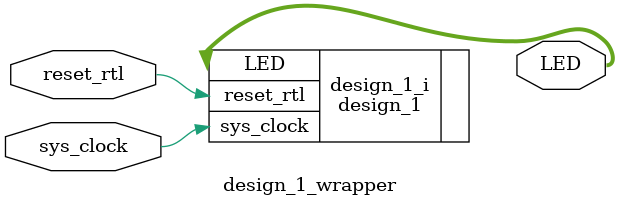
<source format=v>
`timescale 1 ps / 1 ps

module design_1_wrapper
   (LED,
    reset_rtl,
    sys_clock);
  output [3:0]LED;
  input reset_rtl;
  input sys_clock;

  wire [3:0]LED;
  wire reset_rtl;
  wire sys_clock;

  design_1 design_1_i
       (.LED(LED),
        .reset_rtl(reset_rtl),
        .sys_clock(sys_clock));
endmodule

</source>
